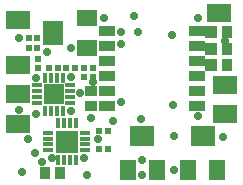
<source format=gts>
G04*
G04 #@! TF.GenerationSoftware,Altium Limited,Altium Designer,22.2.1 (43)*
G04*
G04 Layer_Color=8388736*
%FSLAX44Y44*%
%MOMM*%
G71*
G04*
G04 #@! TF.SameCoordinates,672CECB2-DF13-49BD-9E49-C01950E57CCB*
G04*
G04*
G04 #@! TF.FilePolarity,Negative*
G04*
G01*
G75*
%ADD28R,0.6100X0.5600*%
%ADD29R,1.3800X0.8700*%
%ADD30R,1.4740X0.9640*%
%ADD31R,0.9600X1.0100*%
%ADD32R,1.0540X1.1040*%
%ADD33R,1.8100X1.8100*%
%ADD34R,0.4100X0.8100*%
%ADD35R,0.8100X0.4100*%
%ADD36R,1.9100X1.9100*%
%ADD37R,0.3500X0.9600*%
%ADD38R,0.9600X0.3500*%
%ADD39R,2.1100X1.6100*%
%ADD40R,1.0100X0.9600*%
%ADD41R,1.7100X1.4100*%
%ADD42R,1.7100X2.1100*%
%ADD43R,1.4100X1.7100*%
%ADD44R,2.1100X1.7100*%
%ADD45R,0.5600X0.6100*%
%ADD46C,0.7100*%
D28*
X73250Y93500D02*
D03*
X65750D02*
D03*
X78250Y33000D02*
D03*
X85750D02*
D03*
X18750Y118000D02*
D03*
X26250D02*
D03*
X18750Y126500D02*
D03*
X26250D02*
D03*
X65750Y101500D02*
D03*
X73250D02*
D03*
X35750D02*
D03*
X43250D02*
D03*
X50750D02*
D03*
X58250D02*
D03*
X78250Y48000D02*
D03*
X85750D02*
D03*
D29*
X84900Y132750D02*
D03*
Y120050D02*
D03*
Y107350D02*
D03*
Y94650D02*
D03*
Y81950D02*
D03*
X161100D02*
D03*
X84900Y69250D02*
D03*
X161100D02*
D03*
D30*
Y132750D02*
D03*
Y120050D02*
D03*
Y107350D02*
D03*
Y94650D02*
D03*
D31*
X186500Y117000D02*
D03*
Y131500D02*
D03*
Y104000D02*
D03*
X45500Y12000D02*
D03*
X32500D02*
D03*
D32*
X173500Y117000D02*
D03*
Y131500D02*
D03*
Y104000D02*
D03*
D33*
X40000Y79000D02*
D03*
D34*
X32500Y65000D02*
D03*
X37500D02*
D03*
X42500D02*
D03*
X47500D02*
D03*
Y93000D02*
D03*
X42500D02*
D03*
X37500D02*
D03*
X32500D02*
D03*
D35*
X26000Y86500D02*
D03*
Y81500D02*
D03*
Y76500D02*
D03*
Y71500D02*
D03*
X54000D02*
D03*
Y76500D02*
D03*
Y81500D02*
D03*
Y86500D02*
D03*
D36*
X51000Y39000D02*
D03*
D37*
X58500Y23250D02*
D03*
X53500D02*
D03*
X48500D02*
D03*
X43500D02*
D03*
Y54750D02*
D03*
X48500D02*
D03*
X53500D02*
D03*
X58500D02*
D03*
D38*
X35250Y31500D02*
D03*
Y36500D02*
D03*
Y41500D02*
D03*
Y46500D02*
D03*
X66750D02*
D03*
Y41500D02*
D03*
Y36500D02*
D03*
Y31500D02*
D03*
D39*
X180000Y147500D02*
D03*
X185000Y62000D02*
D03*
Y87000D02*
D03*
X10000Y54000D02*
D03*
Y142000D02*
D03*
Y79000D02*
D03*
Y104000D02*
D03*
D40*
X72000Y69000D02*
D03*
Y82000D02*
D03*
D41*
X68500Y118500D02*
D03*
Y143500D02*
D03*
D42*
X39500Y131000D02*
D03*
D43*
X102500Y14500D02*
D03*
X127500D02*
D03*
X153500D02*
D03*
X178500D02*
D03*
D44*
X115000Y43500D02*
D03*
X166000D02*
D03*
D45*
X26500Y108750D02*
D03*
Y101250D02*
D03*
D46*
X73000Y89000D02*
D03*
X10500Y126500D02*
D03*
X72000Y59000D02*
D03*
X54500Y93500D02*
D03*
X162000Y60500D02*
D03*
X142000Y44000D02*
D03*
X55000Y64500D02*
D03*
X25000Y62000D02*
D03*
X10500Y65500D02*
D03*
X114000Y58000D02*
D03*
X55000Y118000D02*
D03*
X13000Y13000D02*
D03*
X183000Y43000D02*
D03*
X108000Y145000D02*
D03*
X140000Y129000D02*
D03*
X141000Y70000D02*
D03*
X115000Y23000D02*
D03*
X24000Y29000D02*
D03*
X115000Y11000D02*
D03*
X185000Y124500D02*
D03*
X111000Y132000D02*
D03*
X97000Y122000D02*
D03*
Y132000D02*
D03*
X97104Y72296D02*
D03*
X90000Y56000D02*
D03*
X162000Y143500D02*
D03*
X18000Y41000D02*
D03*
X30000Y21500D02*
D03*
X38550Y25000D02*
D03*
X77250Y40750D02*
D03*
X66018Y25282D02*
D03*
X68000Y11000D02*
D03*
X83000Y144000D02*
D03*
X62500Y80000D02*
D03*
X34000Y115000D02*
D03*
X142000Y15000D02*
D03*
X25000Y93000D02*
D03*
X51000Y39000D02*
D03*
X40000Y79000D02*
D03*
M02*

</source>
